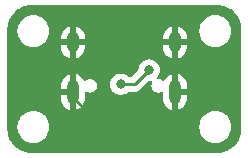
<source format=gbr>
%TF.GenerationSoftware,KiCad,Pcbnew,7.0.5-0*%
%TF.CreationDate,2023-08-27T12:40:47-07:00*%
%TF.ProjectId,MiSTerLaggy,4d695354-6572-44c6-9167-67792e6b6963,rev?*%
%TF.SameCoordinates,Original*%
%TF.FileFunction,Copper,L2,Bot*%
%TF.FilePolarity,Positive*%
%FSLAX46Y46*%
G04 Gerber Fmt 4.6, Leading zero omitted, Abs format (unit mm)*
G04 Created by KiCad (PCBNEW 7.0.5-0) date 2023-08-27 12:40:47*
%MOMM*%
%LPD*%
G01*
G04 APERTURE LIST*
%TA.AperFunction,ComponentPad*%
%ADD10O,1.000000X2.100000*%
%TD*%
%TA.AperFunction,ComponentPad*%
%ADD11O,1.000000X1.800000*%
%TD*%
%TA.AperFunction,ViaPad*%
%ADD12C,0.800000*%
%TD*%
%TA.AperFunction,Conductor*%
%ADD13C,0.250000*%
%TD*%
G04 APERTURE END LIST*
D10*
%TO.P,J1,S1,SHIELD*%
%TO.N,GND*%
X132000000Y-74450000D03*
D11*
X132000000Y-70250000D03*
D10*
X123360000Y-74450000D03*
D11*
X123360000Y-70250000D03*
%TD*%
D12*
%TO.N,GND*%
X125600000Y-77200000D03*
%TO.N,Net-(J1-D+-PadA6)*%
X129800000Y-72600000D03*
X127400000Y-73800000D03*
%TD*%
D13*
%TO.N,GND*%
X123360000Y-74960000D02*
X123360000Y-74450000D01*
X125600000Y-77200000D02*
X123360000Y-74960000D01*
%TO.N,Net-(J1-D+-PadA6)*%
X127400000Y-73800000D02*
X128600000Y-73800000D01*
X128600000Y-73800000D02*
X129800000Y-72600000D01*
%TD*%
%TA.AperFunction,Conductor*%
%TO.N,GND*%
G36*
X135602019Y-67100633D02*
G01*
X135640149Y-67103131D01*
X135683793Y-67105992D01*
X135865459Y-67118985D01*
X135873102Y-67120015D01*
X135989451Y-67143158D01*
X136133666Y-67174531D01*
X136140383Y-67176395D01*
X136258618Y-67216531D01*
X136260224Y-67217103D01*
X136391740Y-67266156D01*
X136397483Y-67268635D01*
X136511830Y-67325024D01*
X136514042Y-67326173D01*
X136634913Y-67392173D01*
X136639641Y-67395037D01*
X136746649Y-67466537D01*
X136749358Y-67468454D01*
X136858652Y-67550271D01*
X136862345Y-67553265D01*
X136959502Y-67638469D01*
X136962448Y-67641228D01*
X137058769Y-67737549D01*
X137061526Y-67740492D01*
X137146729Y-67837648D01*
X137149732Y-67841353D01*
X137201564Y-67910592D01*
X137231543Y-67950639D01*
X137233461Y-67953349D01*
X137304961Y-68060357D01*
X137307828Y-68065091D01*
X137373802Y-68185912D01*
X137374992Y-68188204D01*
X137431356Y-68302499D01*
X137433842Y-68308258D01*
X137482878Y-68439727D01*
X137483497Y-68441465D01*
X137523597Y-68559596D01*
X137525472Y-68566352D01*
X137556848Y-68710590D01*
X137579980Y-68826880D01*
X137581015Y-68834560D01*
X137594021Y-69016413D01*
X137597179Y-69064596D01*
X137599367Y-69097966D01*
X137599500Y-69102023D01*
X137599500Y-77597976D01*
X137599367Y-77602033D01*
X137594021Y-77683585D01*
X137581015Y-77865438D01*
X137579980Y-77873118D01*
X137556848Y-77989408D01*
X137525472Y-78133646D01*
X137523597Y-78140402D01*
X137483497Y-78258533D01*
X137482878Y-78260271D01*
X137433842Y-78391740D01*
X137431356Y-78397499D01*
X137374992Y-78511794D01*
X137373802Y-78514086D01*
X137307828Y-78634907D01*
X137304961Y-78639641D01*
X137233461Y-78746649D01*
X137231543Y-78749359D01*
X137149744Y-78858631D01*
X137146723Y-78862357D01*
X137061529Y-78959502D01*
X137058755Y-78962464D01*
X136962464Y-79058755D01*
X136959502Y-79061529D01*
X136862357Y-79146723D01*
X136858631Y-79149744D01*
X136749359Y-79231543D01*
X136746649Y-79233461D01*
X136639641Y-79304961D01*
X136634907Y-79307828D01*
X136514086Y-79373802D01*
X136511794Y-79374992D01*
X136397499Y-79431356D01*
X136391740Y-79433842D01*
X136260271Y-79482878D01*
X136258533Y-79483497D01*
X136140402Y-79523597D01*
X136133646Y-79525472D01*
X135989408Y-79556848D01*
X135873118Y-79579980D01*
X135865438Y-79581015D01*
X135683585Y-79594021D01*
X135627608Y-79597690D01*
X135602025Y-79599367D01*
X135597976Y-79599500D01*
X119802024Y-79599500D01*
X119797974Y-79599367D01*
X119767355Y-79597360D01*
X119716413Y-79594021D01*
X119534560Y-79581015D01*
X119526880Y-79579980D01*
X119410590Y-79556848D01*
X119266352Y-79525472D01*
X119259596Y-79523597D01*
X119141465Y-79483497D01*
X119139727Y-79482878D01*
X119008258Y-79433842D01*
X119002499Y-79431356D01*
X118888204Y-79374992D01*
X118885912Y-79373802D01*
X118765091Y-79307828D01*
X118760357Y-79304961D01*
X118653349Y-79233461D01*
X118650639Y-79231543D01*
X118610592Y-79201564D01*
X118541353Y-79149732D01*
X118537648Y-79146729D01*
X118440492Y-79061526D01*
X118437549Y-79058769D01*
X118341228Y-78962448D01*
X118338469Y-78959502D01*
X118305450Y-78921851D01*
X118253265Y-78862345D01*
X118250271Y-78858652D01*
X118168454Y-78749358D01*
X118166537Y-78746649D01*
X118095037Y-78639641D01*
X118092170Y-78634907D01*
X118026173Y-78514042D01*
X118025024Y-78511830D01*
X117968635Y-78397483D01*
X117966156Y-78391740D01*
X117921272Y-78271402D01*
X117917103Y-78260224D01*
X117916531Y-78258618D01*
X117876395Y-78140383D01*
X117874531Y-78133666D01*
X117843150Y-77989408D01*
X117820015Y-77873102D01*
X117818985Y-77865459D01*
X117805992Y-77683793D01*
X117802821Y-77635408D01*
X117800633Y-77602018D01*
X117800500Y-77597963D01*
X117800500Y-77400000D01*
X118644341Y-77400000D01*
X118664936Y-77635403D01*
X118664938Y-77635413D01*
X118726094Y-77863655D01*
X118726096Y-77863659D01*
X118726097Y-77863663D01*
X118730506Y-77873118D01*
X118825964Y-78077828D01*
X118825965Y-78077830D01*
X118961505Y-78271402D01*
X119128597Y-78438494D01*
X119322169Y-78574034D01*
X119322171Y-78574035D01*
X119536337Y-78673903D01*
X119764592Y-78735063D01*
X119941032Y-78750499D01*
X119941033Y-78750500D01*
X119941034Y-78750500D01*
X120058967Y-78750500D01*
X120058967Y-78750499D01*
X120235408Y-78735063D01*
X120463663Y-78673903D01*
X120677829Y-78574035D01*
X120871401Y-78438495D01*
X121038495Y-78271401D01*
X121174035Y-78077830D01*
X121273903Y-77863663D01*
X121335063Y-77635408D01*
X121355659Y-77400000D01*
X134044341Y-77400000D01*
X134064936Y-77635403D01*
X134064938Y-77635413D01*
X134126094Y-77863655D01*
X134126096Y-77863659D01*
X134126097Y-77863663D01*
X134130506Y-77873118D01*
X134225964Y-78077828D01*
X134225965Y-78077830D01*
X134361505Y-78271402D01*
X134528597Y-78438494D01*
X134722169Y-78574034D01*
X134722171Y-78574035D01*
X134936337Y-78673903D01*
X135164592Y-78735063D01*
X135341032Y-78750499D01*
X135341033Y-78750500D01*
X135341034Y-78750500D01*
X135458967Y-78750500D01*
X135458967Y-78750499D01*
X135635408Y-78735063D01*
X135863663Y-78673903D01*
X136077829Y-78574035D01*
X136271401Y-78438495D01*
X136438495Y-78271401D01*
X136574035Y-78077830D01*
X136673903Y-77863663D01*
X136735063Y-77635408D01*
X136755659Y-77400000D01*
X136735063Y-77164592D01*
X136673903Y-76936337D01*
X136574035Y-76722171D01*
X136574034Y-76722169D01*
X136438494Y-76528597D01*
X136271402Y-76361505D01*
X136077830Y-76225965D01*
X136077828Y-76225964D01*
X135970745Y-76176030D01*
X135863663Y-76126097D01*
X135863659Y-76126096D01*
X135863655Y-76126094D01*
X135635413Y-76064938D01*
X135635403Y-76064936D01*
X135458967Y-76049500D01*
X135458966Y-76049500D01*
X135341034Y-76049500D01*
X135341033Y-76049500D01*
X135164596Y-76064936D01*
X135164586Y-76064938D01*
X134936344Y-76126094D01*
X134936335Y-76126098D01*
X134722171Y-76225964D01*
X134722169Y-76225965D01*
X134528597Y-76361505D01*
X134361506Y-76528597D01*
X134361501Y-76528604D01*
X134225967Y-76722165D01*
X134225965Y-76722169D01*
X134126098Y-76936335D01*
X134126094Y-76936344D01*
X134064938Y-77164586D01*
X134064936Y-77164596D01*
X134044341Y-77399999D01*
X134044341Y-77400000D01*
X121355659Y-77400000D01*
X121335063Y-77164592D01*
X121273903Y-76936337D01*
X121174035Y-76722171D01*
X121174034Y-76722169D01*
X121038494Y-76528597D01*
X120871402Y-76361505D01*
X120677830Y-76225965D01*
X120677828Y-76225964D01*
X120570745Y-76176031D01*
X120463663Y-76126097D01*
X120463659Y-76126096D01*
X120463655Y-76126094D01*
X120235413Y-76064938D01*
X120235403Y-76064936D01*
X120058967Y-76049500D01*
X120058966Y-76049500D01*
X119941034Y-76049500D01*
X119941033Y-76049500D01*
X119764596Y-76064936D01*
X119764586Y-76064938D01*
X119536344Y-76126094D01*
X119536335Y-76126098D01*
X119322171Y-76225964D01*
X119322169Y-76225965D01*
X119128597Y-76361505D01*
X118961506Y-76528597D01*
X118961501Y-76528604D01*
X118825967Y-76722165D01*
X118825965Y-76722169D01*
X118726098Y-76936335D01*
X118726094Y-76936344D01*
X118664938Y-77164586D01*
X118664936Y-77164596D01*
X118644341Y-77399999D01*
X118644341Y-77400000D01*
X117800500Y-77400000D01*
X117800500Y-75050713D01*
X122360000Y-75050713D01*
X122375418Y-75202338D01*
X122436299Y-75396381D01*
X122436304Y-75396391D01*
X122535005Y-75574215D01*
X122535005Y-75574216D01*
X122667478Y-75728530D01*
X122667479Y-75728531D01*
X122828304Y-75853018D01*
X123010907Y-75942589D01*
X123110000Y-75968244D01*
X123110000Y-75166110D01*
X123134457Y-75205610D01*
X123223962Y-75273201D01*
X123331840Y-75303895D01*
X123443521Y-75293546D01*
X123543922Y-75243552D01*
X123610000Y-75171069D01*
X123610000Y-75973366D01*
X123611944Y-75973069D01*
X123611945Y-75973069D01*
X123802660Y-75902436D01*
X123802664Y-75902434D01*
X123975267Y-75794850D01*
X124122668Y-75654735D01*
X124122669Y-75654733D01*
X124238856Y-75487804D01*
X124319059Y-75300907D01*
X124360000Y-75101690D01*
X124360000Y-74560384D01*
X124379685Y-74493345D01*
X124432489Y-74447590D01*
X124501647Y-74437646D01*
X124531454Y-74445823D01*
X124639764Y-74490687D01*
X124752280Y-74505500D01*
X124752287Y-74505500D01*
X124827713Y-74505500D01*
X124827720Y-74505500D01*
X124940236Y-74490687D01*
X125080233Y-74432698D01*
X125200451Y-74340451D01*
X125292698Y-74220233D01*
X125350687Y-74080236D01*
X125370466Y-73930000D01*
X125353351Y-73800000D01*
X126494540Y-73800000D01*
X126514326Y-73988256D01*
X126514327Y-73988259D01*
X126572818Y-74168277D01*
X126572821Y-74168284D01*
X126667467Y-74332216D01*
X126771351Y-74447590D01*
X126794129Y-74472888D01*
X126947265Y-74584148D01*
X126947270Y-74584151D01*
X127120192Y-74661142D01*
X127120197Y-74661144D01*
X127305354Y-74700500D01*
X127305355Y-74700500D01*
X127494644Y-74700500D01*
X127494646Y-74700500D01*
X127679803Y-74661144D01*
X127852730Y-74584151D01*
X128005871Y-74472888D01*
X128008805Y-74469629D01*
X128011600Y-74466526D01*
X128071087Y-74429879D01*
X128103748Y-74425500D01*
X128517257Y-74425500D01*
X128532877Y-74427224D01*
X128532904Y-74426939D01*
X128540666Y-74427673D01*
X128540666Y-74427672D01*
X128540667Y-74427673D01*
X128543999Y-74427568D01*
X128608847Y-74425531D01*
X128610794Y-74425500D01*
X128639347Y-74425500D01*
X128639350Y-74425500D01*
X128646228Y-74424630D01*
X128652041Y-74424172D01*
X128698627Y-74422709D01*
X128717869Y-74417117D01*
X128736912Y-74413174D01*
X128756792Y-74410664D01*
X128800122Y-74393507D01*
X128805646Y-74391617D01*
X128809396Y-74390527D01*
X128850390Y-74378618D01*
X128867629Y-74368422D01*
X128885103Y-74359862D01*
X128903727Y-74352488D01*
X128903727Y-74352487D01*
X128903732Y-74352486D01*
X128941449Y-74325082D01*
X128946305Y-74321892D01*
X128986420Y-74298170D01*
X129000589Y-74283999D01*
X129015379Y-74271368D01*
X129031587Y-74259594D01*
X129061299Y-74223676D01*
X129065212Y-74219376D01*
X129747771Y-73536819D01*
X129809095Y-73503334D01*
X129835453Y-73500500D01*
X129894644Y-73500500D01*
X129894646Y-73500500D01*
X129916690Y-73495814D01*
X129986354Y-73501127D01*
X130042089Y-73543263D01*
X130066196Y-73608842D01*
X130057033Y-73664555D01*
X130009314Y-73779760D01*
X130009312Y-73779765D01*
X129989533Y-73929999D01*
X129989533Y-73930000D01*
X130009312Y-74080234D01*
X130009313Y-74080236D01*
X130067302Y-74220233D01*
X130159549Y-74340451D01*
X130279767Y-74432698D01*
X130419764Y-74490687D01*
X130532280Y-74505500D01*
X130532287Y-74505500D01*
X130607713Y-74505500D01*
X130607720Y-74505500D01*
X130720236Y-74490687D01*
X130828546Y-74445823D01*
X130898017Y-74438354D01*
X130960496Y-74469629D01*
X130996148Y-74529718D01*
X131000000Y-74560384D01*
X131000000Y-75050713D01*
X131015418Y-75202338D01*
X131076299Y-75396381D01*
X131076304Y-75396391D01*
X131175005Y-75574215D01*
X131175005Y-75574216D01*
X131307478Y-75728530D01*
X131307479Y-75728531D01*
X131468304Y-75853018D01*
X131650907Y-75942589D01*
X131750000Y-75968244D01*
X131750000Y-75166110D01*
X131774457Y-75205610D01*
X131863962Y-75273201D01*
X131971840Y-75303895D01*
X132083521Y-75293546D01*
X132183922Y-75243552D01*
X132249999Y-75171069D01*
X132250000Y-75973366D01*
X132251944Y-75973069D01*
X132251945Y-75973069D01*
X132442660Y-75902436D01*
X132442664Y-75902434D01*
X132615267Y-75794850D01*
X132762668Y-75654735D01*
X132762669Y-75654733D01*
X132878856Y-75487804D01*
X132959059Y-75300907D01*
X133000000Y-75101690D01*
X133000000Y-74700000D01*
X132300000Y-74700000D01*
X132300000Y-74200000D01*
X133000000Y-74200000D01*
X133000000Y-73849286D01*
X132984581Y-73697661D01*
X132923700Y-73503618D01*
X132923695Y-73503608D01*
X132824994Y-73325784D01*
X132824994Y-73325783D01*
X132692521Y-73171469D01*
X132692520Y-73171468D01*
X132531695Y-73046981D01*
X132349093Y-72957411D01*
X132250000Y-72931753D01*
X132250000Y-73733889D01*
X132225543Y-73694390D01*
X132136038Y-73626799D01*
X132028160Y-73596105D01*
X131916479Y-73606454D01*
X131816078Y-73656448D01*
X131750000Y-73728930D01*
X131750000Y-72926633D01*
X131748053Y-72926931D01*
X131748047Y-72926933D01*
X131557342Y-72997562D01*
X131557335Y-72997565D01*
X131384732Y-73105149D01*
X131237331Y-73245264D01*
X131237330Y-73245266D01*
X131121143Y-73412196D01*
X131114531Y-73427603D01*
X131070002Y-73481445D01*
X131003432Y-73502665D01*
X130935958Y-73484527D01*
X130925095Y-73477073D01*
X130860234Y-73427302D01*
X130860230Y-73427300D01*
X130756058Y-73384151D01*
X130720236Y-73369313D01*
X130706171Y-73367461D01*
X130607727Y-73354500D01*
X130603670Y-73354235D01*
X130603789Y-73352413D01*
X130543857Y-73334815D01*
X130498102Y-73282011D01*
X130488158Y-73212853D01*
X130517183Y-73149297D01*
X130518746Y-73147528D01*
X130518943Y-73147308D01*
X130532533Y-73132216D01*
X130627179Y-72968284D01*
X130685674Y-72788256D01*
X130705460Y-72600000D01*
X130685674Y-72411744D01*
X130627179Y-72231716D01*
X130532533Y-72067784D01*
X130405871Y-71927112D01*
X130405870Y-71927111D01*
X130252734Y-71815851D01*
X130252729Y-71815848D01*
X130079807Y-71738857D01*
X130079802Y-71738855D01*
X129934001Y-71707865D01*
X129894646Y-71699500D01*
X129705354Y-71699500D01*
X129672897Y-71706398D01*
X129520197Y-71738855D01*
X129520192Y-71738857D01*
X129347270Y-71815848D01*
X129347265Y-71815851D01*
X129194129Y-71927111D01*
X129067466Y-72067785D01*
X128972821Y-72231715D01*
X128972818Y-72231722D01*
X128914327Y-72411740D01*
X128914326Y-72411744D01*
X128896679Y-72579649D01*
X128870094Y-72644263D01*
X128861039Y-72654368D01*
X128377228Y-73138181D01*
X128315905Y-73171666D01*
X128289547Y-73174500D01*
X128103748Y-73174500D01*
X128036709Y-73154815D01*
X128011600Y-73133474D01*
X128005873Y-73127114D01*
X128005869Y-73127110D01*
X127852734Y-73015851D01*
X127852729Y-73015848D01*
X127679807Y-72938857D01*
X127679802Y-72938855D01*
X127534000Y-72907865D01*
X127494646Y-72899500D01*
X127305354Y-72899500D01*
X127272897Y-72906398D01*
X127120197Y-72938855D01*
X127120192Y-72938857D01*
X126947270Y-73015848D01*
X126947265Y-73015851D01*
X126794129Y-73127111D01*
X126667466Y-73267785D01*
X126572821Y-73431715D01*
X126572818Y-73431722D01*
X126519407Y-73596105D01*
X126514326Y-73611744D01*
X126494540Y-73800000D01*
X125353351Y-73800000D01*
X125350687Y-73779764D01*
X125292698Y-73639767D01*
X125200451Y-73519549D01*
X125080233Y-73427302D01*
X125080229Y-73427300D01*
X125016801Y-73401027D01*
X124940236Y-73369313D01*
X124926171Y-73367461D01*
X124827727Y-73354500D01*
X124827720Y-73354500D01*
X124752280Y-73354500D01*
X124752272Y-73354500D01*
X124639764Y-73369313D01*
X124639763Y-73369313D01*
X124499769Y-73427300D01*
X124499766Y-73427302D01*
X124432636Y-73478813D01*
X124367467Y-73504007D01*
X124299022Y-73489968D01*
X124249032Y-73441154D01*
X124248731Y-73440614D01*
X124184997Y-73325788D01*
X124184994Y-73325783D01*
X124052521Y-73171469D01*
X124052520Y-73171468D01*
X123891695Y-73046981D01*
X123709093Y-72957411D01*
X123610000Y-72931753D01*
X123610000Y-73733889D01*
X123585543Y-73694390D01*
X123496038Y-73626799D01*
X123388160Y-73596105D01*
X123276479Y-73606454D01*
X123176078Y-73656448D01*
X123110000Y-73728930D01*
X123110000Y-72926633D01*
X123108053Y-72926931D01*
X123108047Y-72926933D01*
X122917342Y-72997562D01*
X122917335Y-72997565D01*
X122744732Y-73105149D01*
X122597331Y-73245264D01*
X122597330Y-73245266D01*
X122481143Y-73412195D01*
X122400940Y-73599092D01*
X122360000Y-73798309D01*
X122360000Y-74200000D01*
X123060000Y-74200000D01*
X123060000Y-74700000D01*
X122360000Y-74700000D01*
X122360000Y-75050713D01*
X117800500Y-75050713D01*
X117800500Y-70700713D01*
X122360000Y-70700713D01*
X122375418Y-70852338D01*
X122436299Y-71046381D01*
X122436304Y-71046391D01*
X122535005Y-71224215D01*
X122535005Y-71224216D01*
X122667478Y-71378530D01*
X122667479Y-71378531D01*
X122828304Y-71503018D01*
X123010907Y-71592589D01*
X123110000Y-71618244D01*
X123110000Y-70816110D01*
X123134457Y-70855610D01*
X123223962Y-70923201D01*
X123331840Y-70953895D01*
X123443521Y-70943546D01*
X123543922Y-70893552D01*
X123610000Y-70821069D01*
X123610000Y-71623366D01*
X123611944Y-71623069D01*
X123611945Y-71623069D01*
X123802660Y-71552436D01*
X123802664Y-71552434D01*
X123975267Y-71444850D01*
X124122668Y-71304735D01*
X124122669Y-71304733D01*
X124238856Y-71137804D01*
X124319059Y-70950907D01*
X124360000Y-70751690D01*
X124360000Y-70700713D01*
X131000000Y-70700713D01*
X131015418Y-70852338D01*
X131076299Y-71046381D01*
X131076304Y-71046391D01*
X131175005Y-71224215D01*
X131175005Y-71224216D01*
X131307478Y-71378530D01*
X131307479Y-71378531D01*
X131468304Y-71503018D01*
X131650907Y-71592589D01*
X131750000Y-71618244D01*
X131750000Y-70816110D01*
X131774457Y-70855610D01*
X131863962Y-70923201D01*
X131971840Y-70953895D01*
X132083521Y-70943546D01*
X132183922Y-70893552D01*
X132250000Y-70821069D01*
X132250000Y-71623366D01*
X132251944Y-71623069D01*
X132251945Y-71623069D01*
X132442660Y-71552436D01*
X132442664Y-71552434D01*
X132615267Y-71444850D01*
X132762668Y-71304735D01*
X132762669Y-71304733D01*
X132878856Y-71137804D01*
X132959059Y-70950907D01*
X133000000Y-70751690D01*
X133000000Y-70500000D01*
X132300000Y-70500000D01*
X132300000Y-70000000D01*
X133000000Y-70000000D01*
X133000000Y-69799286D01*
X132984581Y-69647661D01*
X132923700Y-69453618D01*
X132923695Y-69453608D01*
X132838435Y-69300000D01*
X134044341Y-69300000D01*
X134064936Y-69535403D01*
X134064938Y-69535413D01*
X134126094Y-69763655D01*
X134126096Y-69763659D01*
X134126097Y-69763663D01*
X134153393Y-69822198D01*
X134225964Y-69977828D01*
X134225965Y-69977830D01*
X134361505Y-70171402D01*
X134528597Y-70338494D01*
X134722169Y-70474034D01*
X134722171Y-70474035D01*
X134936337Y-70573903D01*
X135164592Y-70635063D01*
X135341032Y-70650499D01*
X135341033Y-70650500D01*
X135341034Y-70650500D01*
X135458967Y-70650500D01*
X135458967Y-70650499D01*
X135635408Y-70635063D01*
X135863663Y-70573903D01*
X136077829Y-70474035D01*
X136271401Y-70338495D01*
X136438495Y-70171401D01*
X136574035Y-69977830D01*
X136673903Y-69763663D01*
X136735063Y-69535408D01*
X136755659Y-69300000D01*
X136735063Y-69064592D01*
X136673903Y-68836337D01*
X136574035Y-68622171D01*
X136574034Y-68622169D01*
X136438494Y-68428597D01*
X136271402Y-68261505D01*
X136077830Y-68125965D01*
X136077828Y-68125964D01*
X135947285Y-68065091D01*
X135863663Y-68026097D01*
X135863659Y-68026096D01*
X135863655Y-68026094D01*
X135635413Y-67964938D01*
X135635403Y-67964936D01*
X135458967Y-67949500D01*
X135458966Y-67949500D01*
X135341034Y-67949500D01*
X135341033Y-67949500D01*
X135164596Y-67964936D01*
X135164586Y-67964938D01*
X134936344Y-68026094D01*
X134936335Y-68026098D01*
X134722171Y-68125964D01*
X134722169Y-68125965D01*
X134528597Y-68261505D01*
X134361506Y-68428597D01*
X134361501Y-68428604D01*
X134225967Y-68622165D01*
X134225965Y-68622169D01*
X134126098Y-68836335D01*
X134126094Y-68836344D01*
X134064938Y-69064586D01*
X134064936Y-69064596D01*
X134044341Y-69299999D01*
X134044341Y-69300000D01*
X132838435Y-69300000D01*
X132824994Y-69275784D01*
X132824994Y-69275783D01*
X132692521Y-69121469D01*
X132692520Y-69121468D01*
X132531695Y-68996981D01*
X132349093Y-68907411D01*
X132250000Y-68881753D01*
X132250000Y-69683889D01*
X132225543Y-69644390D01*
X132136038Y-69576799D01*
X132028160Y-69546105D01*
X131916479Y-69556454D01*
X131816078Y-69606448D01*
X131749999Y-69678931D01*
X131750000Y-68876633D01*
X131748053Y-68876931D01*
X131748047Y-68876933D01*
X131557342Y-68947562D01*
X131557335Y-68947565D01*
X131384732Y-69055149D01*
X131237331Y-69195264D01*
X131237330Y-69195266D01*
X131121143Y-69362195D01*
X131040940Y-69549092D01*
X131000000Y-69748309D01*
X131000000Y-70000000D01*
X131700000Y-70000000D01*
X131700000Y-70500000D01*
X131000000Y-70500000D01*
X131000000Y-70700713D01*
X124360000Y-70700713D01*
X124360000Y-70500000D01*
X123660000Y-70500000D01*
X123660000Y-70000000D01*
X124360000Y-70000000D01*
X124360000Y-69799286D01*
X124344581Y-69647661D01*
X124283700Y-69453618D01*
X124283695Y-69453608D01*
X124184994Y-69275784D01*
X124184994Y-69275783D01*
X124052521Y-69121469D01*
X124052520Y-69121468D01*
X123891695Y-68996981D01*
X123709093Y-68907411D01*
X123610000Y-68881753D01*
X123610000Y-69683889D01*
X123585543Y-69644390D01*
X123496038Y-69576799D01*
X123388160Y-69546105D01*
X123276479Y-69556454D01*
X123176078Y-69606448D01*
X123109999Y-69678931D01*
X123110000Y-68876633D01*
X123108053Y-68876931D01*
X123108047Y-68876933D01*
X122917342Y-68947562D01*
X122917335Y-68947565D01*
X122744732Y-69055149D01*
X122597331Y-69195264D01*
X122597330Y-69195266D01*
X122481143Y-69362195D01*
X122400940Y-69549092D01*
X122360000Y-69748309D01*
X122360000Y-70000000D01*
X123060000Y-70000000D01*
X123060000Y-70500000D01*
X122360000Y-70500000D01*
X122360000Y-70700713D01*
X117800500Y-70700713D01*
X117800500Y-69300000D01*
X118644341Y-69300000D01*
X118664936Y-69535403D01*
X118664938Y-69535413D01*
X118726094Y-69763655D01*
X118726096Y-69763659D01*
X118726097Y-69763663D01*
X118753393Y-69822198D01*
X118825964Y-69977828D01*
X118825965Y-69977830D01*
X118961505Y-70171402D01*
X119128597Y-70338494D01*
X119322169Y-70474034D01*
X119322171Y-70474035D01*
X119536337Y-70573903D01*
X119764592Y-70635063D01*
X119941032Y-70650499D01*
X119941033Y-70650500D01*
X119941034Y-70650500D01*
X120058967Y-70650500D01*
X120058967Y-70650499D01*
X120235408Y-70635063D01*
X120463663Y-70573903D01*
X120677829Y-70474035D01*
X120871401Y-70338495D01*
X121038495Y-70171401D01*
X121174035Y-69977830D01*
X121273903Y-69763663D01*
X121335063Y-69535408D01*
X121355659Y-69300000D01*
X121335063Y-69064592D01*
X121273903Y-68836337D01*
X121174035Y-68622171D01*
X121174034Y-68622169D01*
X121038494Y-68428597D01*
X120871402Y-68261505D01*
X120677830Y-68125965D01*
X120677828Y-68125964D01*
X120547285Y-68065091D01*
X120463663Y-68026097D01*
X120463659Y-68026096D01*
X120463655Y-68026094D01*
X120235413Y-67964938D01*
X120235403Y-67964936D01*
X120058967Y-67949500D01*
X120058966Y-67949500D01*
X119941034Y-67949500D01*
X119941033Y-67949500D01*
X119764596Y-67964936D01*
X119764586Y-67964938D01*
X119536344Y-68026094D01*
X119536335Y-68026098D01*
X119322171Y-68125964D01*
X119322169Y-68125965D01*
X119128597Y-68261505D01*
X118961506Y-68428597D01*
X118961501Y-68428604D01*
X118825967Y-68622165D01*
X118825965Y-68622169D01*
X118726098Y-68836335D01*
X118726094Y-68836344D01*
X118664938Y-69064586D01*
X118664936Y-69064596D01*
X118644341Y-69299999D01*
X118644341Y-69300000D01*
X117800500Y-69300000D01*
X117800500Y-69102036D01*
X117800633Y-69097981D01*
X117804023Y-69046237D01*
X117805986Y-69016290D01*
X117818986Y-68834536D01*
X117820015Y-68826901D01*
X117843155Y-68710567D01*
X117874533Y-68566323D01*
X117876392Y-68559625D01*
X117916547Y-68441335D01*
X117917087Y-68439817D01*
X117966162Y-68308242D01*
X117968628Y-68302530D01*
X118025044Y-68188129D01*
X118026152Y-68185996D01*
X118092184Y-68065066D01*
X118095029Y-68060368D01*
X118166563Y-67953311D01*
X118168428Y-67950676D01*
X118250291Y-67841321D01*
X118253244Y-67837678D01*
X118338503Y-67740459D01*
X118341198Y-67737581D01*
X118437581Y-67641198D01*
X118440459Y-67638503D01*
X118537678Y-67553244D01*
X118541321Y-67550291D01*
X118650676Y-67468428D01*
X118653311Y-67466563D01*
X118760368Y-67395029D01*
X118765066Y-67392184D01*
X118885996Y-67326152D01*
X118888129Y-67325044D01*
X119002530Y-67268628D01*
X119008242Y-67266162D01*
X119139817Y-67217087D01*
X119141335Y-67216547D01*
X119259625Y-67176392D01*
X119266323Y-67174533D01*
X119410567Y-67143155D01*
X119526901Y-67120015D01*
X119534536Y-67118986D01*
X119716290Y-67105986D01*
X119746237Y-67104023D01*
X119797981Y-67100633D01*
X119802036Y-67100500D01*
X135597964Y-67100500D01*
X135602019Y-67100633D01*
G37*
%TD.AperFunction*%
%TD*%
M02*

</source>
